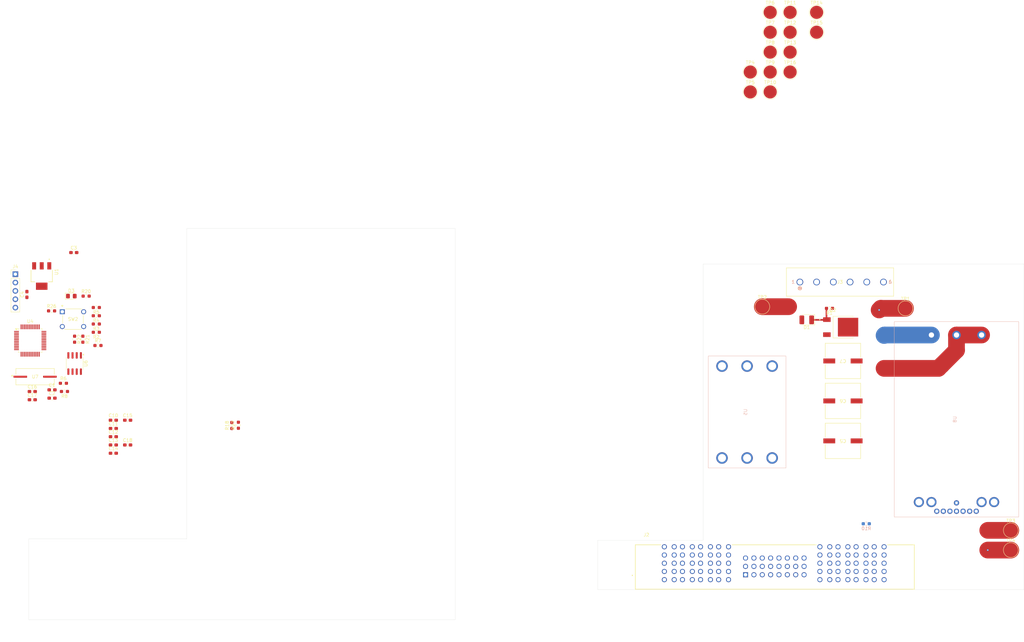
<source format=kicad_pcb>
(kicad_pcb (version 20240108) (generator "pcbnew") (generator_version "8.0")
  (layers (0 "F.Cu" signal) (31 "B.Cu" signal) (34 "B.Paste" user) (35 "F.Paste" user) (36 "B.SilkS" user "B.Silkscreen") (37 "F.SilkS" user "F.Silkscreen") (38 "B.Mask" user) (39 "F.Mask" user) (44 "Edge.Cuts" user))
  (net 0 "")
  (net 1 "NRST_PSB")
  (net 2 "Net-(C1-Pad1)")
  (net 3 "5V")
  (net 4 "3.3V")
  (net 5 "Net-(U4-PF0)")
  (net 6 "Net-(U4-PF1)")
  (net 7 "GND")
  (net 8 "48V_GND")
  (net 9 "Net-(D1-K)")
  (net 10 "Net-(D3-A)")
  (net 11 "5V_GND")
  (net 12 "SWCLK")
  (net 13 "SWDIO")
  (net 14 "3.3V_GND")
  (net 24 "A-")
  (net 27 "A+")
  (net 28 "48V")
  (net 31 "USART1_TX")
  (net 32 "USART1_DE")
  (net 33 "USART1_RX")
  (net 34 "Net-(U5-Trim)")
  (net 35 "Net-(U4-PA15)")
  (net 36 "Net-(U4-PB1)")
  (net 37 "C2_2")
  (net 38 "Net-(U4-PB0)")
  (net 39 "C2_1")
  (net 40 "ADC_IN0")
  (net 52 "CLK")
  (net 54 "ALERT1")
  (net 58 "ADC_IN1")
  (net 60 "ADC_IN2")
  (net 62 "DATA")
  (net 63 "CAN_TX")
  (net 68 "CAN_RX")
  (net 70 "12V_GND")
  (net 71 "12V")
  (net 73 "Net-(U8-SA0{slash}SA1)")
  (net 75 "C2")
  (footprint "Resistor_SMD:R_0603_1608Metric_Pad0.98x0.95mm_HandSolder" (layer "F.Cu") (at -122.832499 79.7794)
    (property "Reference" "R6" (at 0 -1.43 0) (layer "F.SilkS"))
    (property "Value" "20000")
    (pad "1" smd roundrect (at -0.9125 0) (size 0.975 0.95) (layers "F.Cu" "F.Paste" "F.Mask") (net 3 "5V"))
    (pad "2" smd roundrect (at 0.9125 0) (size 0.975 0.95) (layers "F.Cu" "F.Paste" "F.Mask") (net 27 "A+"))
  )
  (footprint "AZ1117_4pin:SOT230P700X185-4N" (layer "F.Cu") (at -129.419999 47.1794 -90)
    (property "Reference" "U1" (at -1.275 -4.485 90) (layer "F.SilkS"))
    (property "Value" "AZ1117IH-3.3TRG1")
    (pad "1" smd rect (at -3.1 -2.3 270) (size 2.2 1.2) (layers "F.Cu" "F.Paste" "F.Mask") (net 11 "5V_GND"))
    (pad "2" smd rect (at -3.1 0 270) (size 2.2 1.2) (layers "F.Cu" "F.Paste" "F.Mask") (net 4 "3.3V"))
    (pad "3" smd rect (at -3.1 2.3 270) (size 2.2 1.2) (layers "F.Cu" "F.Paste" "F.Mask") (net 3 "5V"))
    (pad "4" smd rect (at 3.1 0 270) (size 2.2 3.5) (layers "F.Cu" "F.Paste" "F.Mask") (net 4 "3.3V"))
  )
  (footprint "Capacitor_SMD:C_0603_1608Metric_Pad1.08x0.95mm_HandSolder" (layer "F.Cu") (at -107.6575 101.05)
    (property "Reference" "C14" (at 0 -1.43 0) (layer "F.SilkS"))
    (property "Value" "4.7uF")
    (pad "1" smd roundrect (at -0.8625 0) (size 1.075 0.95) (layers "F.Cu" "F.Paste" "F.Mask") (net 7 "GND"))
    (pad "2" smd roundrect (at 0.8625 0) (size 1.075 0.95) (layers "F.Cu" "F.Paste" "F.Mask") (net 4 "3.3V"))
  )
  (footprint "Capacitor_SMD:C_0603_1608Metric_Pad1.08x0.95mm_HandSolder" (layer "F.Cu") (at -133.919999 52.7794 90)
    (property "Reference" "C4" (at 0 -1.43 90) (layer "F.SilkS"))
    (property "Value" "22uF")
    (pad "1" smd roundrect (at -0.8625 0 90) (size 1.075 0.95) (layers "F.Cu" "F.Paste" "F.Mask") (net 14 "3.3V_GND"))
    (pad "2" smd roundrect (at 0.8625 0 90) (size 1.075 0.95) (layers "F.Cu" "F.Paste" "F.Mask") (net 4 "3.3V"))
  )
  (footprint "TestPoint:TestPoint_Pad_D4.0mm" (layer "F.Cu") (at 106 -33)
    (property "Reference" "TP14" (at 0 -2.898 0) (layer "F.SilkS"))
    (property "Value" "TestPoint")
    (pad "1" smd circle (at 0 0) (size 4 4) (layers "F.Cu" "F.Mask") (net 3 "5V"))
  )
  (footprint "Capacitor_SMD:C_0603_1608Metric_Pad1.08x0.95mm_HandSolder" (layer "F.Cu") (at -107.6575 98.54)
    (property "Reference" "C13" (at 0 -1.43 0) (layer "F.SilkS"))
    (property "Value" "0.1uF")
    (pad "1" smd roundrect (at -0.8625 0) (size 1.075 0.95) (layers "F.Cu" "F.Paste" "F.Mask") (net 7 "GND"))
    (pad "2" smd roundrect (at 0.8625 0) (size 1.075 0.95) (layers "F.Cu" "F.Paste" "F.Mask") (net 4 "3.3V"))
  )
  (footprint "Capacitor_SMD:C_0603_1608Metric_Pad1.08x0.95mm_HandSolder" (layer "F.Cu") (at -119.67 40.04)
    (property "Reference" "C3" (at 0 -1.43 0) (layer "F.SilkS"))
    (property "Value" "10uF")
    (pad "1" smd roundrect (at -0.8625 0) (size 1.075 0.95) (layers "F.Cu" "F.Paste" "F.Mask") (net 7 "GND"))
    (pad "2" smd roundrect (at 0.8625 0) (size 1.075 0.95) (layers "F.Cu" "F.Paste" "F.Mask") (net 3 "5V"))
  )
  (footprint "TestPoint:TestPoint_Pad_D4.0mm" (layer "F.Cu") (at 165 124.5)
    (property "Reference" "TP3" (at 0 -2.898 0) (layer "F.SilkS"))
    (property "Value" "TestPoint")
    (pad "1" smd circle (at 0 0) (size 4 4) (layers "F.Cu" "F.Mask") (net 71 "12V"))
  )
  (footprint "ET60T-D04-3-08-D04-X-R1-S:SAMTEC_ET60T-D04-3-08-D04-X-R1-S" (layer "F.Cu") (at 93.12 134.5)
    (property "Reference" "J2" (at -38.825 -8.635 0) (layer "F.SilkS"))
    (property "Value" "ET60T-D04-3-08-D04-X-R1-S")
    (pad "" np_thru_hole circle (at -38.88 0) (size 3.2 3.2) (drill 3.2) (layers "*.Cu" "*.Mask"))
    (pad "" np_thru_hole circle (at 38.88 0) (size 3.2 3.2) (drill 3.2) (layers "*.Cu" "*.Mask"))
    (pad "01" thru_hole rect (at -8.71 3.5) (size 1.53 1.53) (drill 1.02) (layers "*.Cu" "*.Mask") (net 27 "A+"))
    (pad "02" thru_hole circle (at -6.17 3.5) (size 1.53 1.53) (drill 1.02) (layers "*.Cu" "*.Mask") (net 24 "A-"))
    (pad "03" thru_hole circle (at -3.63 3.5) (size 1.53 1.53) (drill 1.02) (layers "*.Cu" "*.Mask") (net 1 "NRST_PSB"))
    (pad "04" thru_hole circle (at -1.09 3.5) (size 1.53 1.53) (drill 1.02) (layers "*.Cu" "*.Mask"))
    (pad "05" thru_hole circle (at 1.45 3.5) (size 1.53 1.53) (drill 1.02) (layers "*.Cu" "*.Mask"))
    (pad "06" thru_hole circle (at 3.99 3.5) (size 1.53 1.53) (drill 1.02) (layers "*.Cu" "*.Mask"))
    (pad "07" thru_hole circle (at 6.53 3.5) (size 1.53 1.53) (drill 1.02) (layers "*.Cu" "*.Mask"))
    (pad "08" thru_hole circle (at 9.07 3.5) (size 1.53 1.53) (drill 1.02) (layers "*.Cu" "*.Mask"))
    (pad "09" thru_hole circle (at -8.71 0.96) (size 1.53 1.53) (drill 1.02) (layers "*.Cu" "*.Mask"))
    (pad "10" thru_hole circle (at -6.17 0.96) (size 1.53 1.53) (drill 1.02) (layers "*.Cu" "*.Mask"))
    (pad "11" thru_hole circle (at -3.63 0.96) (size 1.53 1.53) (drill 1.02) (layers "*.Cu" "*.Mask"))
    (pad "12" thru_hole circle (at -1.09 0.96) (size 1.53 1.53) (drill 1.02) (layers "*.Cu" "*.Mask"))
    (pad "13" thru_hole circle (at 1.45 0.96) (size 1.53 1.53) (drill 1.02) (layers "*.Cu" "*.Mask"))
    (pad "14" thru_hole circle (at 3.99 0.96) (size 1.53 1.53) (drill 1.02) (layers "*.Cu" "*.Mask"))
    (pad "15" thru_hole circle (at 6.53 0.96) (size 1.53 1.53) (drill 1.02) (layers "*.Cu" "*.Mask"))
    (pad "16" thru_hole circle (at 9.07 0.96) (size 1.53 1.53) (drill 1.02) (layers "*.Cu" "*.Mask"))
    (pad "17" thru_hole circle (at -8.71 -1.58) (size 1.53 1.53) (drill 1.02) (layers "*.Cu" "*.Mask"))
    (pad "18" thru_hole circle (at -6.17 -1.58) (size 1.53 1.53) (drill 1.02) (layers "*.Cu" "*.Mask"))
    (pad "19" thru_hole circle (at -3.63 -1.58) (size 1.53 1.53) (drill 1.02) (layers "*.Cu" "*.Mask") (net 3 "5V"))
    (pad "20" thru_hole circle (at -1.09 -1.58) (size 1.53 1.53) (drill 1.02) (layers "*.Cu" "*.Mask") (net 11 "5V_GND"))
    (pad "21" thru_hole circle (at 1.45 -1.58) (size 1.53 1.53) (drill 1.02) (layers "*.Cu" "*.Mask") (net 28 "48V"))
    (pad "22" thru_hole circle (at 3.99 -1.58) (size 1.53 1.53) (drill 1.02) (layers "*.Cu" "*.Mask") (net 28 "48V"))
    (pad "23" thru_hole circle (at 6.53 -1.58) (size 1.53 1.53) (drill 1.02) (layers "*.Cu" "*.Mask") (net 8 "48V_GND"))
    (pad "24" thru_hole circle (at 9.07 -1.58) (size 1.53 1.53) (drill 1.02) (layers "*.Cu" "*.Mask") (net 8 "48V_GND"))
    (pad "P01_1" thru_hole circle (at -33.38 -5) (size 1.53 1.53) (drill 1.02) (layers "*.Cu" "*.Mask"))
    (pad "P01_2" thru_hole circle (at -33.38 -2.5) (size 1.53 1.53) (drill 1.02) (layers "*.Cu" "*.Mask"))
    (pad "P01_3" thru_hole circle (at -33.38 0) (size 1.53 1.53) (drill 1.02) (layers "*.Cu" "*.Mask"))
    (pad "P01_4" thru_hole circle (at -33.38 2.5) (size 1.53 1.53) (drill 1.02) (layers "*.Cu" "*.Mask"))
    (pad "P01_5" thru_hole circle (at -33.38 5) (size 1.53 1.53) (drill 1.02) (layers "*.Cu" "*.Mask"))
    (pad "P01_6" thru_hole circle (at -30.38 5) (size 1.53 1.53) (drill 1.02) (layers "*.Cu" "*.Mask"))
    (pad "P01_7" thru_hole circle (at -30.38 2.5) (size 1.53 1.53) (drill 1.02) (layers "*.Cu" "*.Mask"))
    (pad "P01_8" thru_hole circle (at -30.38 0) (size 1.53 1.53) (drill 1.02) (layers "*.Cu" "*.Mask"))
    (pad "P01_9" thru_hole circle (at -30.38 -2.5) (size 1.53 1.53) (drill 1.02) (layers "*.Cu" "*.Mask"))
    (pad "P01_10" thru_hole circle (at -30.38 -5) (size 1.53 1.53) (drill 1.02) (layers "*.Cu" "*.Mask"))
    (pad "P02_1" thru_hole circle (at -27.88 -5) (size 1.53 1.53) (drill 1.02) (layers "*.Cu" "*.Mask"))
    (pad "P02_2" thru_hole circle (at -27.88 -2.5) (size 1.53 1.53) (drill 1.02) (layers "*.Cu" "*.Mask"))
    (pad "P02_3" thru_hole circle (at -27.88 0) (size 1.53 1.53) (drill 1.02) (layers "*.Cu" "*.Mask"))
    (pad "P02_4" thru_hole circle (at -27.88 2.5) (size 1.53 1.53) (drill 1.02) (layers "*.Cu" "*.Mask"))
    (pad "P02_5" thru_hole circle (at -27.88 5) (size 1.53 1.53) (drill 1.02) (layers "*.Cu" "*.Mask"))
    (pad "P02_6" thru_hole circle (at -24.88 5) (size 1.53 1.53) (drill 1.02) (layers "*.Cu" "*.Mask"))
    (pad "P02_7" thru_hole circle (at -24.88 2.5) (size 1.53 1.53) (drill 1.02) (layers "*.Cu" "*.Mask"))
    (pad "P02_8" thru_hole circle (at -24.88 0) (size 1.53 1.53) (drill 1.02) (layers "*.Cu" "*.Mask"))
    (pad "P02_9" thru_hole circle (at -24.88 -2.5) (size 1.53 1.53) (drill 1.02) (layers "*.Cu" "*.Mask"))
    (pad "P02_10" thru_hole circle (at -24.88 -5) (size 1.53 1.53) (drill 1.02) (layers "*.Cu" "*.Mask"))
    (pad "P03_1" thru_hole circle (at -22.38 -5) (size 1.53 1.53) (drill 1.02) (layers "*.Cu" "*.Mask"))
    (pad "P03_2" thru_hole circle (at -22.38 -2.5) (size 1.53 1.53) (drill 1.02) (layers "*.Cu" "*.Mask"))
    (pad "P03_3" thru_hole circle (at -22.38 0) (size 1.53 1.53) (drill 1.02) (layers "*.Cu" "*.Mask"))
    (pad "P03_4" thru_hole circle (at -22.38 2.5) (size 1.53 1.53) (drill 1.02) (layers "*.Cu" "*.Mask"))
    (pad "P03_5" thru_hole circle (at -22.38 5) (size 1.53 1.53) (drill 1.02) (layers "*.Cu" "*.Mask"))
    (pad "P03_6" thru_hole circle (at -19.38 5) (size 1.53 1.53) (drill 1.02) (layers "*.Cu" "*.Mask"))
    (pad "P03_7" thru_hole circle (at -19.38 2.5) (size 1.53 1.53) (drill 1.02) (layers "*.Cu" "*.Mask"))
    (pad "P03_8" thru_hole circle (at -19.38 0) (size 1.53 1.53) (drill 1.02) (layers "*.Cu" "*.Mask"))
    (pad "P03_9" thru_hole circle (at -19.38 -2.5) (size 1.53 1.53) (drill 1.02) (layers "*.Cu" "*.Mask"))
    (pad "P03_10" thru_hole circle (at -19.38 -5) (size 1.53 1.53) (drill 1.02) (layers "*.Cu" "*.Mask"))
    (pad "P04_1" thru_hole circle (at -16.88 -5) (size 1.53 1.53) (drill 1.02) (layers "*.Cu" "*.Mask"))
    (pad "P04_2" thru_hole circle (at -16.88 -2.5) (size 1.53 1.53) (drill 1.02) (layers "*.Cu" "*.Mask"))
    (pad "P04_3" thru_hole circle (at -16.88 0) (size 1.53 1.53) (drill 1.02) (layers "*.Cu" "*.Mask"))
    (pad "P04_4" thru_hole circle (at -16.88 2.5) (size 1.53 1.53) (drill 1.02) (layers "*.Cu" "*.Mask"))
    (pad "P04_5" thru_hole circle (at -16.88 5) (size 1.53 1.53) (drill 1.02) (layers "*.Cu" "*.Mask"))
    (pad "P04_6" thru_hole circle (at -13.88 5) (size 1.53 1.53) (drill 1.02) (layers "*.Cu" "*.Mask"))
    (pad "P04_7" thru_hole circle (at -13.88 2.5) (size 1.53 1.53) (drill 1.02) (layers "*.Cu" "*.Mask"))
    (pad "P04_8" thru_hole circle (at -13.88 0) (size 1.53 1.53) (drill 1.02) (layers "*.Cu" "*.Mask"))
    (pad "P04_9" thru_hole circle (at -13.88 -2.5) (size 1.53 1.53) (drill 1.02) (layers "*.Cu" "*.Mask"))
    (pad "P04_10" thru_hole circle (at -13.88 -5) (size 1.53 1.53) (drill 1.02) (layers "*.Cu" "*.Mask"))
    (pad "P05_1" thru_hole circle (at 13.88 -5) (size 1.53 1.53) (drill 1.02) (layers "*.Cu" "*.Mask") (net 71 "12V"))
    (pad "P05_2" thru_hole circle (at 13.88 -2.5) (size 1.53 1.53) (drill 1.02) (layers "*.Cu" "*.Mask"))
    (pad "P05_3" thru_hole circle (at 13.88 0) (size 1.53 1.53) (drill 1.02) (layers "*.Cu" "*.Mask"))
    (pad "P05_4" thru_hole circle (at 13.88 2.5) (size 1.53 1.53) (drill 1.02) (layers "*.Cu" "*.Mask"))
    (pad "P05_5" thru_hole circle (at 13.88 5) (size 1.53 1.53) (drill 1.02) (layers "*.Cu" "*.Mask"))
    (pad "P05_6" thru_hole circle (at 16.88 5) (size 1.53 1.53) (drill 1.02) (layers "*.Cu" "*.Mask"))
    (pad "P05_7" thru_hole circle (at 16.88 2.5) (size 1.53 1.53) (drill 1.02) (layers "*.Cu" "*.Mask"))
    (pad "P05_8" thru_hole circle (at 16.88 0) (size 1.53 1.53) (drill 1.02) (layers "*.Cu" "*.Mask"))
    (pad "P05_9" thru_hole circle (at 16.88 -2.5) (size 1.53 1.53) (drill 1.02) (layers "*.Cu" "*.Mask"))
    (pad "P05_10" thru_hole circle (at 16.88 -5) (size 1.53 1.53) (drill 1.02) (layers "*.Cu" "*.Mask"))
    (pad "P06_1" thru_hole circle (at 19.38 -5) (size 1.53 1.53) (drill 1.02) (layers "*.Cu" "*.Mask"))
    (pad "P06_2" thru_hole circle (at 19.38 -2.5) (size 1.53 1.53) (drill 1.02) (layers "*.Cu" "*.Mask"))
    (pad "P06_3" thru_hole circle (at 19.38 0) (size 1.53 1.53) (drill 1.02) (layers "*.Cu" "*.Mask"))
    (pad "P06_4" thru_hole circle (at 19.38 2.5) (size 1.53 1.53) (drill 1.02) (layers "*.Cu" "*.Mask"))
    (pad "P06_5" thru_hole circle (at 19.38 5) (size 1.53 1.53) (drill 1.02) (layers "*.Cu" "*.Mask"))
    (pad "P06_6" thru_hole circle (at 22.38 5) (size 1.53 1.53) (drill 1.02) (layers "*.Cu" "*.Mask"))
    (pad "P06_7" thru_hole circle (at 22.38 2.5) (size 1.53 1.53) (drill 1.02) (layers "*.Cu" "*.Mask"))
    (pad "P06_8" thru_hole circle (at 22.38 0) (size 1.53 1.53) (drill 1.02) (layers "*.Cu" "*.Mask"))
    (pad "P06_9" thru_hole circle (at 22.38 -2.5) (size 1.53 1.53) (drill 1.02) (layers "*.Cu" "*.Mask"))
    (pad "P06_10" thru_hole circle (at 22.38 -5) (size 1.53 1.53) (drill 1.02) (layers "*.Cu" "*.Mask"))
    (pad "P07_1" thru_hole circle (at 24.88 -5) (size 1.53 1.53) (drill 1.02) (layers "*.Cu" "*.Mask"))
    (pad "P07_2" thru_hole circle (at 24.88 -2.5) (size 1.53 1.53) (drill 1.02) (layers "*.Cu" "*.Mask"))
    (pad "P07_3" thru_hole circle (at 24.88 0) (size 1.53 1.53) (drill 1.02) (layers "*.Cu" "*.Mask"))
    (pad "P07_4" thru_hole circle (at 24.88 2.5) (size 1.53 1.53) (drill 1.02) (layers "*.Cu" "*.Mask"))
    (pad "P07_5" thru_hole circle (at 24.88 5) (size 1.53 1.53) (drill 1.02) (layers "*.Cu" "*.Mask"))
    (pad "P07_6" thru_hole circle (at 27.88 5) (size 1.53 1.53) (drill 1.02) (layers "*.Cu" "*.Mask"))
    (pad "P07_7" thru_hole circle (at 27.88 2.5) (size 1.53 1.53) (drill 1.02) (layers "*.Cu" "*.Mask"))
    (pad "P07_8" thru_hole circle (at 27.88 0) (size 1.53 1.53) (drill 1.02) (layers "*.Cu" "*.Mask"))
    (pad "P07_9" thru_hole circle (at 27.88 -2.5) (size 1.53 1.53) (drill 1.02) (layers "*.Cu" "*.Mask"))
    (pad "P07_10" thru_hole circle (at 27.88 -5) (size 1.53 1.53) (drill 1.02) (layers "*.Cu" "*.Mask"))
    (pad "P08_1" thru_hole circle (at 30.38 -5) (size 1.53 1.53) (drill 1.02) (layers "*.Cu" "*.Mask") (net 70 "12V_GND"))
    (pad "P08_2" thru_hole circle (at 30.38 -2.5) (size 1.53 1.53) (drill 1.02) (layers "*.Cu" "*.Mask"))
    (pad "P08_3" thru_hole circle (at 30.38 0) (size 1.53 1.53) (drill 1.02) (layers "*.Cu" "*.Mask"))
    (pad "P08_4" thru_hole circle (at 30.38 2.5) (size 1.53 1.53) (drill 1.02) (layers "*.Cu" "*.Mask"))
    (pad "P08_5" thru_hole circle (at 30.38 5) (size 1.53 1.53) (drill 1.02) (layers "*.Cu" "*.Mask"))
    (pad "P08_6" thru_hole circle (at 33.38 5) (size 1.53 1.53) (drill 1.02) (layers "*.Cu" "*.Mask"))
    (pad "P08_7" thru_hole circle (at 33.38 2.5) (size 1.53 1.53) (drill 1.02) (layers "*.Cu" "*.Mask"))
    (pad "P08_8" thru_hole circle (at 33.38 0) (size 1.53 1.53) (drill 1.02) (layers "*.Cu" "*.Mask"))
    (pad "P08_9" thru_hole circle (at 33.38 -2.5) (size 1.53 1.53) (drill 1.02) (layers "*.Cu" "*.Mask"))
    (pad "P08_10" thru_hole circle (at 33.38 -5) (size 1.53 1.53) (drill 1.02) (layers "*.Cu" "*.Mask"))
  )
  (footprint "Capacitor_SMD:C_0603_1608Metric_Pad1.08x0.95mm_HandSolder" (layer "F.Cu") (at -107.6575 91.01)
    (property "Reference" "C10" (at 0 -1.43 0) (layer "F.SilkS"))
    (property "Value" "0.1uF")
    (pad "1" smd roundrect (at -0.8625 0) (size 1.075 0.95) (layers "F.Cu" "F.Paste" "F.Mask") (net 7 "GND"))
    (pad "2" smd roundrect (at 0.8625 0) (size 1.075 0.95) (layers "F.Cu" "F.Paste" "F.Mask") (net 4 "3.3V"))
  )
  (footprint "TestPoint:TestPoint_Pad_D4.0mm" (layer "F.Cu") (at 91.9 -8.8)
    (property "Reference" "TP10" (at 0 -2.898 0) (layer "F.SilkS"))
    (property "Value" "TestPoint")
    (pad "1" smd circle (at 0 0) (size 4 4) (layers "F.Cu" "F.Mask") (net 8 "48V_GND"))
  )
  (footprint "TestPoint:TestPoint_Pad_D4.0mm" (layer "F.Cu") (at 85.85 -14.85)
    (property "Reference" "TP4" (at 0 -2.898 0) (layer "F.SilkS"))
    (property "Value" "TestPoint")
    (pad "1" smd circle (at 0 0) (size 4 4) (layers "F.Cu" "F.Mask") (net 71 "12V"))
  )
  (footprint "Capacitor_SMD:C_0603_1608Metric_Pad1.08x0.95mm_HandSolder" (layer "F.Cu") (at -126.282499 84.2994)
    (property "Reference" "C2" (at 0 -1.43 0) (layer "F.SilkS"))
    (property "Value" ".1uF")
    (pad "1" smd roundrect (at -0.8625 0) (size 1.075 0.95) (layers "F.Cu" "F.Paste" "F.Mask") (net 2 "Net-(C1-Pad1)"))
    (pad "2" smd roundrect (at 0.8625 0) (size 1.075 0.95) (layers "F.Cu" "F.Paste" "F.Mask") (net 7 "GND"))
  )
  (footprint "TestPoint:TestPoint_Pad_D4.0mm" (layer "F.Cu") (at 97.95 -33)
    (property "Reference" "TP11" (at 0 -2.898 0) (layer "F.SilkS"))
    (property "Value" "TestPoint")
    (pad "1" smd circle (at 0 0) (size 4 4) (layers "F.Cu" "F.Mask") (net 8 "48V_GND"))
  )
  (footprint "Resistor_SMD:R_0603_1608Metric_Pad0.98x0.95mm_HandSolder" (layer "F.Cu") (at -126.419999 57.7794)
    (property "Reference" "R26" (at 0 -1.43 0) (layer "F.SilkS"))
    (property "Value" "10k")
    (pad "1" smd roundrect (at -0.9125 0) (size 0.975 0.95) (layers "F.Cu" "F.Paste" "F.Mask") (net 4 "3.3V"))
    (pad "2" smd roundrect (at 0.9125 0) (size 0.975 0.95) (layers "F.Cu" "F.Paste" "F.Mask") (net 1 "NRST_PSB"))
  )
  (footprint "Resistor_SMD:R_0603_1608Metric_Pad0.98x0.95mm_HandSolder" (layer "F.Cu") (at -71.67 92.6175 90)
    (property "Reference" "R18" (at 0 -1.43 90) (layer "F.SilkS"))
    (property "Value" "10k")
    (pad "1" smd roundrect (at -0.9125 0 90) (size 0.975 0.95) (layers "F.Cu" "F.Paste" "F.Mask") (net 11 "5V_GND"))
    (pad "2" smd roundrect (at 0.9125 0 90) (size 0.975 0.95) (layers "F.Cu" "F.Paste" "F.Mask") (net 34 "Net-(U5-Trim)"))
  )
  (footprint "Resistor_SMD:R_0603_1608Metric_Pad0.98x0.95mm_HandSolder" (layer "F.Cu") (at -122.507499 82.2794 180)
    (property "Reference" "R8" (at 0 -1.43 0) (layer "F.SilkS"))
    (property "Value" "120")
    (pad "1" smd roundrect (at -0.9125 0 180) (size 0.975 0.95) (layers "F.Cu" "F.Paste" "F.Mask") (net 24 "A-"))
    (pad "2" smd roundrect (at 0.9125 0 180) (size 0.975 0.95) (layers "F.Cu" "F.Paste" "F.Mask") (net 27 "A+"))
  )
  (footprint "TestPoint:TestPoint_Pad_D4.0mm" (layer "F.Cu") (at 106 -26.95)
    (property "Reference" "TP15" (at 0 -2.898 0) (layer "F.SilkS"))
    (property "Value" "TestPoint")
    (pad "1" smd circle (at 0 0) (size 4 4) (layers "F.Cu" "F.Mask") (net 11 "5V_GND"))
  )
  (footprint "Resistor_SMD:R_0603_1608Metric_Pad0.98x0.95mm_HandSolder" (layer "F.Cu") (at -112.832499 56.7494 180)
    (property "Reference" "R5" (at 0 -1.43 0) (layer "F.SilkS"))
    (property "Value" "10000")
    (pad "1" smd roundrect (at -0.9125 0 180) (size 0.975 0.95) (layers "F.Cu" "F.Paste" "F.Mask") (net 3 "5V"))
    (pad "2" smd roundrect (at 0.9125 0 180) (size 0.975 0.95) (layers "F.Cu" "F.Paste" "F.Mask") (net 33 "USART1_RX"))
  )
  (footprint "Resistor_SMD:R_0603_1608Metric_Pad0.98x0.95mm_HandSolder" (layer "F.Cu") (at -112.832499 64.2794 180)
    (property "Reference" "R2" (at 0 -1.43 0) (layer "F.SilkS"))
    (property "Value" "10000")
    (pad "1" smd roundrect (at -0.9125 0 180) (size 0.975 0.95) (layers "F.Cu" "F.Paste" "F.Mask") (net 3 "5V"))
    (pad "2" smd roundrect (at 0.9125 0 180) (size 0.975 0.95) (layers "F.Cu" "F.Paste" "F.Mask") (net 31 "USART1_TX"))
  )
  (footprint "Resistor_SMD:R_0603_1608Metric_Pad0.98x0.95mm_HandSolder" (layer "F.Cu") (at -69.67 92.54 90)
    (property "Reference" "R27" (at 0 -1.43 90) (layer "F.SilkS"))
    (property "Value" "10k")
    (pad "1" smd roundrect (at -0.9125 0 90) (size 0.975 0.95) (layers "F.Cu" "F.Paste" "F.Mask") (net 3 "5V"))
    (pad "2" smd roundrect (at 0.9125 0 90) (size 0.975 0.95) (layers "F.Cu" "F.Paste" "F.Mask") (net 34 "Net-(U5-Trim)"))
  )
  (footprint "Resistor_SMD:R_0603_1608Metric_Pad0.98x0.95mm_HandSolder" (layer "F.Cu") (at -116.919999 66.3769 -90)
    (property "Reference" "R21" (at 0 -1.43 90) (layer "F.SilkS"))
    (property "Value" "4.7k")
    (pad "1" smd roundrect (at -0.9125 0 270) (size 0.975 0.95) (layers "F.Cu" "F.Paste" "F.Mask") (net 36 "Net-(U4-PB1)"))
    (pad "2" smd roundrect (at 0.9125 0 270) (size 0.975 0.95) (layers "F.Cu" "F.Paste" "F.Mask") (net 37 "C2_2"))
  )
  (footprint "Connector_PinHeader_2.54mm:PinHeader_1x05_P2.54mm_Vertical" (layer "F.Cu") (at -137.419999 46.6194)
    (property "Reference" "J4" (at 0 -2.33 0) (layer "F.SilkS"))
    (property "Value" "Conn_01x05")
    (pad "1" thru_hole rect (at 0 0) (size 1.7 1.7) (drill 1) (layers "*.Cu" "*.Mask") (net 4 "3.3V"))
    (pad "2" thru_hole oval (at 0 2.54) (size 1.7 1.7) (drill 1) (layers "*.Cu" "*.Mask") (net 12 "SWCLK"))
    (pad "3" thru_hole oval (at 0 5.08) (size 1.7 1.7) (drill 1) (layers "*.Cu" "*.Mask") (net 7 "GND"))
    (pad "4" thru_hole oval (at 0 7.62) (size 1.7 1.7) (drill 1) (layers "*.Cu" "*.Mask") (net 13 "SWDIO"))
    (pad "5" thru_hole oval (at 0 10.16) (size 1.7 1.7) (drill 1) (layers "*.Cu" "*.Mask") (net 1 "NRST_PSB"))
  )
  (footprint "Resistor_SMD:R_0603_1608Metric_Pad0.98x0.95mm_HandSolder" (layer "F.Cu") (at 109.9125 57 180)
    (property "Reference" "R1" (at 0 -1.43 0) (layer "F.SilkS"))
    (property "Value" "100k")
    (pad "1" smd roundrect (at -0.9125 0 180) (size 0.975 0.95) (layers "F.Cu" "F.Paste" "F.Mask") (net 28 "48V"))
    (pad "2" smd roundrect (at 0.9125 0 180) (size 0.975 0.95) (layers "F.Cu" "F.Paste" "F.Mask") (net 9 "Net-(D1-K)"))
  )
  (footprint "TestPoint:TestPoint_Pad_D4.0mm" (layer "F.Cu") (at 133 57)
    (property "Reference" "TP1" (at 0 -2.898 0) (layer "F.SilkS"))
    (property "Value" "TestPoint")
    (pad "1" smd circle (at 0 0) (size 4 4) (layers "F.Cu" "F.Mask") (net 28 "48V"))
  )
  (footprint "TestPoint:TestPoint_Pad_D4.0mm" (layer "F.Cu") (at 97.95 -26.95)
    (property "Reference" "TP12" (at 0 -2.898 0) (layer "F.SilkS"))
    (property "Value" "TestPoint")
    (pad "1" smd circle (at 0 0) (size 4 4) (layers "F.Cu" "F.Mask") (net 8 "48V_GND"))
  )
  (footprint "Brick Decoupling Capacitors:CAP_50TPV_10x10.5_RBY" (layer "F.Cu") (at 114 97.3012 180)
    (property "Reference" "C5" (at 0 0 180) (layer "F.SilkS"))
    (property "Value" "C")
    (pad "1" smd rect (at -4.1529 0 180) (size 3.6068 1.4986) (layers "F.Cu" "F.Paste" "F.Mask") (net 28 "48V"))
    (pad "2" smd rect (at 4.1529 0 180) (size 3.6068 1.4986) (layers "F.Cu" "F.Paste" "F.Mask") (net 8 "48V_GND"))
  )
  (footprint "Capacitor_SMD:C_0603_1608Metric_Pad1.08x0.95mm_HandSolder" (layer "F.Cu") (at -126.282499 81.7894)
    (property "Reference" "C1" (at 0 -1.43 0) (layer "F.SilkS"))
    (property "Value" "10uF")
    (pad "1" smd roundrect (at -0.8625 0) (size 1.075 0.95) (layers "F.Cu" "F.Paste" "F.Mask") (net 2 "Net-(C1-Pad1)"))
    (pad "2" smd roundrect (at 0.8625 0) (size 1.075 0.95) (layers "F.Cu" "F.Paste" "F.Mask") (net 7 "GND"))
  )
  (footprint "TestPoint:TestPoint_Pad_D4.0mm" (layer "F.Cu") (at 85.85 -8.8)
    (property "Reference" "TP5" (at 0 -2.898 0) (layer "F.SilkS"))
    (property "Value" "TestPoint")
    (pad "1" smd circle (at 0 0) (size 4 4) (layers "F.Cu" "F.Mask") (net 70 "12V_GND"))
  )
  (footprint "Capacitor_SMD:C_0603_1608Metric_Pad1.08x0.95mm_HandSolder" (layer "F.Cu") (at -107.6575 96.03)
    (property "Reference" "C12" (at 0 -1.43 0) (layer "F.SilkS"))
    (property "Value" "0.1uF")
    (pad "1" smd roundrect (at -0.8625 0) (size 1.075 0.95) (layers "F.Cu" "F.Paste" "F.Mask") (net 7 "GND"))
    (pad "2" smd roundrect (at 0.8625 0) (size 1.075 0.95) (layers "F.Cu" "F.Paste" "F.Mask") (net 4 "3.3V"))
  )
  (footprint "Capacitor_SMD:C_0603_1608Metric_Pad1.08x0.95mm_HandSolder" (layer "F.Cu") (at -132.282499 84.7994)
    (property "Reference" "C17" (at 0 -1.43 0) (layer "F.SilkS"))
    (property "Value" "18pF")
    (pad "1" smd roundrect (at -0.8625 0) (size 1.075 0.95) (layers "F.Cu" "F.Paste" "F.Mask") (net 6 "Net-(U4-PF1)"))
    (pad "2" smd roundrect (at 0.8625 0) (size 1.075 0.95) (layers "F.Cu" "F.Paste" "F.Mask") (net 7 "GND"))
  )
  (footprint "Brick Decoupling Capacitors:CAP_50TPV_10x10.5_RBY" (layer "F.Cu") (at 114 85.1506 180)
    (property "Reference" "C6" (at 0 0 180) (layer "F.SilkS"))
    (property "Value" "C")
    (pad "1" smd rect (at -4.1529 0 180) (size 3.6068 1.4986) (layers "F.Cu" "F.Paste" "F.Mask") (net 28 "48V"))
    (pad "2" smd rect (at 4.1529 0 180) (size 3.6068 1.4986) (layers "F.Cu" "F.Paste" "F.Mask") (net 8 "48V_GND"))
  )
  (footprint "Resistor_SMD:R_0603_1608Metric_Pad0.98x0.95mm_HandSolder" (layer "F.Cu") (at -112.332499 68.2994)
    (property "Reference" "R7" (at 0 -1.43 0) (layer "F.SilkS"))
    (property "Value" "20000")
    (pad "1" smd roundrect (at -0.9125 0) (size 0.975 0.95) (layers "F.Cu" "F.Paste" "F.Mask") (net 24 "A-"))
    (pad "2" smd roundrect (at 0.9125 0) (size 0.975 0.95) (layers "F.Cu" "F.Paste" "F.Mask") (net 7 "GND"))
  )
  (footprint "footprints:CON6_P5MM_VER_TERM-BLK_TYC" (layer "F.Cu") (at 100.92 49)
    (property "Reference" "J3" (at 12.192 0 0) (layer "F.SilkS"))
    (property "Value" "796636-6")
    (fp_text user "1" (at -2.032 0 0) (layer "B.SilkS"))
    (fp_text user "6" (at 27.432 0 0) (layer "B.SilkS"))
    (fp_text user "6" (at 27.432 0 0) (layer "B.SilkS"))
    (fp_text user "1" (at -2.032 0 0) (layer "B.SilkS"))
    (fp_text user "1" (at -2.032 0 0) (layer "F.SilkS"))
    (fp_text user "6" (at 27.432 0 0) (layer "F.SilkS"))
    (fp_text user "6" (at 27.432 0 0) (layer "F.SilkS"))
    (fp_text user "1" (at -2.032 0 0) (layer "F.SilkS"))
    (pad "1" thru_hole circle (at 0 0) (size 2.032 2.032) (drill 1.524) (layers "*.Cu" "*.Mask") (net 28 "48V"))
    (pad "2" thru_hole circle (at 5.08 0) (size 2.032 2.032) (drill 1.524) (layers "*.Cu" "*.Mask") (net 28 "48V"))
    (pad "3" thru_hole circle (at 10.16 0) (size 2.032 2.032) (drill 1.524) (layers "*.Cu" "*.Mask") (net 28 "48V"))
    (pad "4" thru_hole circle (at 15.24 0) (size 2.032 2.032) (drill 1.524) (layers "*.Cu" "*.Mask") (net 8 "48V_GND"))
    (pad "5" thru_hole circle (at 20.32 0) (size 2.032 2.032) (drill 1.524) (layers "*.Cu" "*.Mask") (net 8 "48V_GND"))
    (pad "6" thru_hole circle (at 25.4 0) (size 2.032 2.032) (drill 1.524) (layers "*.Cu" "*.Mask") (net 8 "48V_GND"))
  )
  (footprint "footprints:ABLS-8.000MHZ-B2-T_ABR" (layer "F.Cu") (at -131.424199 77.7894)
    (property "Reference" "U7" (at 0 0 0) (layer "F.SilkS"))
    (property "Value" "ABLS-8.000MHZ-B2-T")
    (fp_text user "*" (at -6.9342 0 0) (layer "F.SilkS"))
    (fp_text user "*" (at -6.9342 0 0) (layer "F.SilkS"))
    (pad "1" smd rect (at -4.4958 0) (size 4.1148 0.6096) (layers "F.Cu" "F.Paste" "F.Mask") (net 5 "Net-(U4-PF0)"))
    (pad "2" smd rect (at 4.4958 0) (size 4.1148 0.6096) (layers "F.Cu" "F.Paste" "F.Mask") (net 6 "Net-(U4-PF1)"))
  )
  (footprint "TestPoint:TestPoint_Pad_D4.0mm" (layer "F.Cu") (at 89.5 56.5)
    (property "Reference" "TP2" (at 0 -2.898 0) (layer "F.SilkS"))
    (property "Value" "TestPoint")
    (pad "1" smd circle (at 0 0) (size 4 4) (layers "F.Cu" "F.Mask") (net 8 "48V_GND"))
  )
  (footprint "Package_QFP:LQFP-48_7x7mm_P0.5mm" (layer "F.Cu") (at -132.919999 66.7894)
    (property "Reference" "U4" (at 0 -5.85 0) (layer "F.SilkS"))
    (property "Value" "STM32F091CCTx")
    (pad "1" smd roundrect (at -4.1625 -2.75) (size 1.475 0.3) (layers "F.Cu" "F.Paste" "F.Mask"))
    (pad "2" smd roundrect (at -4.1625 -2.25) (size 1.475 0.3) (layers "F.Cu" "F.Paste" "F.Mask"))
    (pad "3" smd roundrect (at -4.1625 -1.75) (size 1.475 0.3) (layers "F.Cu" "F.Paste" "F.Mask"))
    (pad "4" smd roundrect (at -4.1625 -1.25) (size 1.475 0.3) (layers "F.Cu" "F.Paste" "F.Mask"))
    (pad "5" smd roundrect (at -4.1625 -0.75) (size 1.475 0.3) (layers "F.Cu" "F.Paste" "F.Mask") (net 5 "Net-(U4-PF0)"))
    (pad "6" smd roundrect (at -4.1625 -0.25) (size 1.475 0.3) (layers "F.Cu" "F.Paste" "F.Mask") (net 6 "Net-(U4-PF1)"))
    (pad "7" smd roundrect (at -4.1625 0.25) (size 1.475 0.3) (layers "F.Cu" "F.Paste" "F.Mask") (net 1 "NRST_PSB"))
    (pad "8" smd roundrect (at -4.1625 0.75) (size 1.475 0.3) (layers "F.Cu" "F.Paste" "F.Mask") (net 7 "GND"))
    (pad "9" smd roundrect (at -4.1625 1.25) (size 1.475 0.3) (layers "F.Cu" "F.Paste" "F.Mask") (net 4 "3.3V"))
    (pad "10" smd roundrect (at -4.1625 1.75) (size 1.475 0.3) (layers "F.Cu" "F.Paste" "F.Mask"))
    (pad "11" smd roundrect (at -4.1625 2.25) (size 1.475 0.3) (layers "F.Cu" "F.Paste" "F.Mask"))
    (pad "12" smd roundrect (at -4.1625 2.75) (size 1.475 0.3) (layers "F.Cu" "F.Paste" "F.Mask"))
    (pad "13" smd roundrect (at -2.75 4.1625) (size 0.3 1.475) (layers "F.Cu" "F.Paste" "F.Mask"))
    (pad "14" smd roundrect (at -2.25 4.1625) (size 0.3 1.475) (layers "F.Cu" "F.Paste" "F.Mask") (net 58 "ADC_IN1"))
    (pad "15" smd roundrect (at -1.75 4.1625) (size 0.3 1.475) (layers "F.Cu" "F.Paste" "F.Mask") (net 40 "ADC_IN0"))
    (pad "16" smd roundrect (at -1.25 4.1625) (size 0.3 1.475) (layers "F.Cu" "F.Paste" "F.Mask") (net 60 "ADC_IN2"))
    (pad "17" smd roundrect (at -0.75 4.1625) (size 0.3 1.475) (layers "F.Cu" "F.Paste" "F.Mask"))
    (pad "18" smd roundrect (at -0.25 4.1625) (size 0.3 1.475) (layers "F.Cu" "F.Paste" "F.Mask") (net 38 "Net-(U4-PB0)"))
    (pad "19" smd roundrect (at 0.25 4.1625) (size 0.3 1.475) (layers "F.Cu" "F.Paste" "F.Mask") (net 36 "Net-(U4-PB1)"))
    (pad "20" smd roundrect (at 0.75 4.1625) (size 0.3 1.475) (layers "F.Cu" "F.Paste" "F.Mask"))
    (pad "21" smd roundrect (at 1.25 4.1625) (size 0.3 1.475) (layers "F.Cu" "F.Paste" "F.Mask"))
    (pad "22" smd roundrect (at 1.75 4.1625) (size 0.3 1.475) (layers "F.Cu" "F.Paste" "F.Mask"))
    (pad "23" smd roundrect (at 2.25 4.1625) (size 0.3 1.475) (layers "F.Cu" "F.Paste" "F.Mask") (net 7 "GND"))
    (pad "24" smd roundrect (at 2.75 4.1625) (size 0.3 1.475) (layers "F.Cu" "F.Paste" "F.Mask") (net 4 "3.3V"))
    (pad "25" smd roundrect (at 4.1625 2.75) (size 1.475 0.3) (layers "F.Cu" "F.Paste" "F.Mask"))
    (pad "26" smd roundrect (at 4.1625 2.25) (size 1.475 0.3) (layers "F.Cu" "F.Paste" "F.Mask"))
    (pad "27" smd roundrect (at 4.1625 1.75) (size 1.475 0.3) (layers "F.Cu" "F.Paste" "F.Mask"))
    (pad "28" smd roundrect (at 4.1625 1.25) (size 1.475 0.3) (layers "F.Cu" "F.Paste" "F.Mask"))
    (pad "29" smd roundrect (at 4.1625 0.75) (size 1.475 0.3) (layers "F.Cu" "F.Paste" "F.Mask"))
    (pad "30" smd roundrect (at 4.1625 0.25) (size 1.475 0.3) (layers "F.Cu" "F.Paste" "F.Mask") (net 52 "CLK"))
    (pad "31" smd roundrect (at 4.1625 -0.25) (size 1.475 0.3) (layers "F.Cu" "F.Paste" "F.Mask") (net 62 "DATA"))
    (pad "32" smd roundrect (at 4.1625 -0.75) (size 1.475 0.3) (layers "F.Cu" "F.Paste" "F.Mask") (net 68 "CAN_RX"))
    (pad "33" smd roundrect (at 4.1625 -1.25) (size 1.475 0.3) (layers "F.Cu" "F.Paste" "F.Mask") (net 63 "CAN_TX"))
    (pad "34" smd roundrect (at 4.1625 -1.75) (size 1.475 0.3) (layers "F.Cu" "F.Paste" "F.Mask") (net 13 "SWDIO"))
    (pad "35" smd roundrect (at 4.1625 -2.25) (size 1.475 0.3) (layers "F.Cu" "F.Paste" "F.Mask") (net 7 "GND"))
    (pad "36" smd roundrect (at 4.1625 -2.75) (size 1.475 0.3) (layers "F.Cu" "F.Paste" "F.Mask") (net 4 "3.3V"))
    (pad "37" smd roundrect (at 2.75 -4.1625) (size 0.3 1.475) (layers "F.Cu" "F.Paste" "F.Mask") (net 12 "SWCLK"))
    (pad "38" smd roundrect (at 2.25 -4.1625) (size 0.3 1.475) (layers "F.Cu" "F.Paste" "F.Mask") (net 35 "Net-(U4-PA15)"))
    (pad "39" smd roundrect (at 1.75 -4.1625) (size 0.3 1.475) (layers "F.Cu" "F.Paste" "F.Mask") (net 54 "ALERT1"))
    (pad "40" smd roundrect (at 1.25 -4.1625) (size 0.3 1.475) (layers "F.Cu" "F.Paste" "F.Mask") (net 54 "ALERT1"))
    (pad "41" smd roundrect (at 0.75 -4.1625) (size 0.3 1.475) (layers "F.Cu" "F.Paste" "F.Mask"))
    (pad "42" smd roundrect (at 0.25 -4.1625) (size 0.3 1.475) (layers "F.Cu" "F.Paste" "F.Mask"))
    (pad "43" smd roundrect (at -0.25 -4.1625) (size 0.3 1.475) (layers "F.Cu" "F.Paste" "F.Mask"))
    (pad "44" smd roundrect (at -0.75 -4.1625) (size 0.3 1.475) (layers "F.Cu" "F.Paste" "F.Mask") (net 7 "GND"))
    (pad "45" smd roundrect (at -1.25 -4.1625) (size 0.3 1.475) (layers "F.Cu" "F.Paste" "F.Mask") (net 7 "GND"))
    (pad "46" smd roundrect (at -1.75 -4.1625) (size 0.3 1.475) (layers "F.Cu" "F.Paste" "F.Mask"))
    (pad "47" smd roundrect (at -2.25 -4.1625) (size 0.3 1.475) (layers "F.Cu" "F.Paste" "F.Mask") (net 7 "GND"))
    (pad "48" smd roundrect (at -2.75 -4.1625) (size 0.3 1.475) (layers "F.Cu" "F.Paste" "F.Mask") (net 4 "3.3V"))
  )
  (footprint "Capacitor_SMD:C_0603_1608Metric_Pad1.08x0.95mm_HandSolder" (layer "F.Cu") (at -103.3075 91.01)
    (property "Reference" "C15" (at 0 -1.43 0) (layer "F.SilkS"))
    (property "Value" "4.7uF")
    (pad "1" smd roundrect (at -0.8625 0) (size 1.075 0.95) (layers "F.Cu" "F.Paste" "F.Mask") (net 7 "GND"))
    (pad "2" smd roundrect (at 0.8625 0) (size 1.075 0.95) (layers "F.Cu" "F.Paste" "F.Mask") (net 4 "3.3V"))
  )
  (footprint "Resistor_SMD:R_0603_1608Metric_Pad0.98x0.95mm_HandSolder" (layer "F.Cu") (at -115.919999 53.2794)
    (property "Reference" "R20" (at 0 -1.43 0) (layer "F.SilkS"))
    (property "Value" "470")
    (pad "1" smd roundrect (at -0.9125 0) (size 0.975 0.95) (layers "F.Cu" "F.Paste" "F.Mask") (net 35 "Net-(U4-PA15)"))
    (pad "2" smd roundrect (at 0.9125 0) (size 0.975 0.95) (layers "F.Cu" "F.Paste" "F.Mask") (net 10 "Net-(D3-A)"))
  )
  (footprint "TestPoint:TestPoint_Pad_D4.0mm" (layer "F.Cu") (at 97.95 -14.85)
    (property "Reference" "TP16" (at 0 -2.898 0) (layer "F.SilkS"))
    (property "Value" "TestPoint")
    (pad "1" smd circle (at 0 0) (size 4 4) (layers "F.Cu" "F.Mask") (net 14 "3.3V_GND"))
  )
  (footprint "Resistor_SMD:R_0603_1608Metric_Pad0.98x0.95mm_HandSolder" (layer "F.Cu") (at -112.832499 59.2594 180)
    (property "Reference" "R4" (at 0 -1.43 0) (layer "F.SilkS"))
    (property "Value" "10000")
    (pad "1" smd roundrect (at -0.9125 0 180) (size 0.975 0.95) (layers "F.Cu" "F.Paste" "F.Mask") (net 3 "5V"))
    (pad "2" smd roundrect (at 0.9125 0 180) (size 0.975 0.95) (layers "F.Cu" "F.Paste" "F.Mask") (net 32 "USART1_DE"))
  )
  (footprint "TestPoint:TestPoint_Pad_D4.0mm" (layer "F.Cu") (at 91.9 -14.85)
    (property "Reference" "TP9" (at 0 -2.898 0) (layer "F.SilkS"))
    (property "Value" "TestPoint")
    (pad "1" smd circle (at 0 0) (size 4 4) (layers "F.Cu" "F.Mask") (net 28 "48V"))
  )
  (footprint "TestPoint:TestPoint_Pad_D4.0mm" (layer "F.Cu") (at 91.9 -20.9)
    (property "Reference" "TP8" (at 0 -2.898 0) (layer "F.SilkS"))
    (property "Value" "TestPoint")
    (pad "1" smd circle (at 0 0) (size 4 4) (layers "F.Cu" "F.Mask") (net 28 "48V"))
  )
  (footprint "STM switch:SW4_1825910-B_TEC" (layer "F.Cu") (at -116.669999 62.54)
    (property "Reference" "SW2" (at -3.25 -2.250001 0) (layer "F.SilkS"))
    (property "Value" "1825910-6")
    (fp_text user "*" (at -6.5 -6.011301 0) (layer "F.SilkS"))
    (fp_text user "*" (at -6.5 -6.011301 0) (layer "F.SilkS"))
    (pad "1" thru_hole rect (at -6.500001 -4.500001) (size 1.4986 1.4986) (drill 0.9906) (layers "*.Cu" "*.Mask") (net 1 "NRST_PSB"))
    (pad "2" thru_hole circle (at 0 -4.500001) (size 1.4986 1.4986) (drill 0.9906) (layers "*.Cu" "*.Mask") (net 1 "NRST_PSB"))
    (pad "3" thru_hole circle (at -6.500001 0) (size 1.4986 1.4986) (drill 0.9906) (layers "*.Cu" "*.Mask") (net 1 "NRST_PSB"))
    (pad "4" thru_hole circle (at 0 0) (size 1.4986 1.4986) (drill 0.9906) (layers "*.Cu" "*.Mask") (net 1 "NRST_PSB"))
  )
  (footprint "TestPoint:TestPoint_Pad_D4.0mm" (layer "F.Cu") (at 91.9 -26.95)
    (property "Reference" "TP7" (at 0 -2.898 0) (layer "F.SilkS"))
    (property "Value" "TestPoint")
    (pad "1" smd circle (at 0 0) (size 4 4) (layers "F.Cu" "F.Mask") (net 28 "48V"))
  )
  (footprint "Resistor_SMD:R_0603_1608Metric_Pad0.98x0.95mm_HandSolder" (layer "F.Cu") (at -119.429999 66.3769 -90)
    (property "Reference" "R22" (at 0 -1.43 90) (layer "F.SilkS"))
    (property "Value" "4.7k")
    (pad "1" smd roundrect (at -0.9125 0 270) (size 0.975 0.95) (layers "F.Cu" "F.Paste" "F.Mask") (net 38 "Net-(U4-PB0)"))
    (pad "2" smd roundrect (at 0.9125 0 270) (size 0.975 0.95) (layers "F.Cu" "F.Paste" "F.Mask") (net 39 "C2_1"))
  )
  (footprint "TestPoint:TestPoint_Pad_D4.0mm" (layer "F.Cu") (at 97.95 -20.9)
    (property "Reference" "TP13" (at 0 -2.898 0) (layer "F.SilkS"))
    (property "Value" "TestPoint")
    (pad "1" smd circle (at 0 0) (size 4 4) (layers "F.Cu" "F.Mask") (net 4 "3.3V"))
  )
  (footprint "Package_SO:SOIC-8_3.9x4.9mm_P1.27mm" (layer "F.Cu") (at -119.419999 73.7794 -90)
    (property "Reference" "U6" (at 0 -3.4 90) (layer "F.SilkS"))
    (property "Value" "MAX485E")
    (pad "1" smd roundrect (at -2.475 -1.905 270) (size 1.95 0.6) (layers "F.Cu" "F.Paste" "F.Mask") (net 33 "USART1_RX"))
    (pad "2" smd roundrect (at -2.475 -0.635 270) (size 1.95 0.6) (layers "F.Cu" "F.Paste" "F.Mask") (net 32 "USART1_DE"))
    (pad "3" smd roundrect (at -2.475 0.635 270) (size 1.95 0.6) (layers "F.Cu" "F.Paste" "F.Mask") (net 32 "USART1_DE"))
    (pad "4" smd roundrect (at -2.475 1.905 270) (size 1.95 0.6) (layers "F.Cu" "F.Paste" "F.Mask") (net 31 "USART1_TX"))
    (pad "5" smd roundrect (at 2.475 1.905 270) (size 1.95 0.6) (layers "F.Cu" "F.Paste" "F.Mask") (net 7 "GND"))
    (pad "6" smd roundrect (at 2.475 0.635 270) (size 1.95 0.6) (layers "F.Cu" "F.Paste" "F.Mask") (net 27 "A+"))
    (pad "7" smd roundrect (at 2.475 -0.635 270) (size 1.95 0.6) (layers "F.Cu" "F.Paste" "F.Mask") (net 24 "A-"))
    (pad "8" smd roundrect (at 2.475 -1.905 270) (size 1.95 0.6) (layers "F.Cu" "F.Paste" "F.Mask") (net 3 "5V"))
  )
  (footprint "LED_SMD:LED_0805_2012Metric_Pad1.15x1.40mm_HandSolder" (layer "F.Cu") (at -120.419999 53.2794)
    (property "Reference" "D3" (at 0 -1.65 0) (layer "F.SilkS"))
    (property "Value" "LED")
    (pad "1" smd roundrect (at -1.025 0) (size 1.15 1.4) (layers "F.Cu" "F.Paste" "F.Mask") (roundrect_rratio 0.217391) (net 7 "GND"))
    (pad "2" smd roundrect (at 1.025 0) (size 1.15 1.4) (layers "F.Cu" "F.Paste" "F.Mask") (roundrect_rratio 0.217391) (net 10 "Net-(D3-A)"))
  )
  (footprint "TestPoint:TestPoint_Pad_D4.0mm" (layer "F.Cu") (at 165 130.5)
    (property "Reference" "TP4" (at 0 -2.898 0) (layer "F.SilkS"))
    (property "Value" "TestPoint")
    (pad "1" smd circle (at 0 0) (size 4 4) (layers "F.Cu" "F.Mask") (net 70 "12V_GND"))
  )
  (footprint "Capacitor_SMD:C_0603_1608Metric_Pad1.08x0.95mm_HandSolder" (layer "F.Cu") (at -107.6575 93.52)
    (property "Reference" "C11" (at 0 -1.43 0) (layer "F.SilkS"))
    (property "Value" "0.1uF")
    (pad "1" smd roundrect (at -0.8625 0) (size 1.075 0.95) (layers "F.Cu" "F.Paste" "F.Mask") (net 7 "GND"))
    (pad "2" smd roundrect (at 0.8625 0) (size 1.075 0.95) (layers "F.Cu" "F.Paste" "F.Mask") (net 4 "3.3V"))
  )
  (footprint "Brick Decoupling Capacitors:CAP_50TPV_10x10.5_RBY" (layer "F.Cu") (at 114 73 180)
    (property "Reference" "C7" (at 0 0 180) (layer "F.SilkS"))
    (property "Value" "C")
    (pad "1" smd rect (at -4.1529 0 180) (size 3.6068 1.4986) (layers "F.Cu" "F.Paste" "F.Mask") (net 28 "48V"))
    (pad "2" smd rect (at 4.1529 0 180) (size 3.6068 1.4986) (layers "F.Cu" "F.Paste" "F.Mask") (net 8 "48V_GND"))
  )
  (footprint "Resistor_SMD:R_0603_1608Metric_Pad0.98x0.95mm_HandSolder" (layer "F.Cu") (at -112.832499 61.7694 180)
    (property "Reference" "R3" (at 0 -1.43 0) (layer "F.SilkS"))
    (property "Value" "10000")
    (pad "1" smd roundrect (at -0.9125 0 180) (size 0.975 0.95) (layers "F.Cu" "F.Paste" "F.Mask") (net 3 "5V"))
    (pad "2" smd roundrect (at 0.9125 0 180) (size 0.975 0.95) (layers "F.Cu" "F.Paste" "F.Mask") (net 32 "USART1_DE"))
  )
  (footprint "Capacitor_SMD:C_0603_1608Metric_Pad1.08x0.95mm_HandSolder" (layer "F.Cu") (at -103.3075 98.54)
    (property "Reference" "C18" (at 0 -1.43 0) (layer "F.SilkS"))
    (property "Value" "0.1uF")
    (pad "1" smd roundrect (at -0.8625 0) (size 1.075 0.95) (layers "F.Cu" "F.Paste" "F.Mask") (net 1 "NRST_PSB"))
    (pad "2" smd roundrect (at 0.8625 0) (size 1.075 0.95) (layers "F.Cu" "F.Paste" "F.Mask") (net 7 "GND"))
  )
  (footprint "Capacitor_SMD:C_0603_1608Metric_Pad1.08x0.95mm_HandSolder" (layer "F.Cu") (at -132.282499 82.2894)
    (property "Reference" "C16" (at 0 -1.43 0) (layer "F.SilkS"))
    (property "Value" "18pF")
    (pad "1" smd roundrect (at -0.8625 0) (size 1.075 0.95) (layers "F.Cu" "F.Paste" "F.Mask") (net 5 "Net-(U4-PF0)"))
    (pad "2" smd roundrect (at 0.8625 0) (size 1.075 0.95) (layers "F.Cu" "F.Paste" "F.Mask") (net 7 "GND"))
  )
  (footprint "Reverse Voltage Protection:TRANS_TSM340N06CPROG" (layer "F.Cu") (at 113.31 62.715)
    (property "Reference" "Q2" (at -2.41 -5.185 0) (layer "F.SilkS"))
    (property "Value" "TSM340N06CP ROG")
    (pad "1" smd rect (at -4.19 -2.285) (size 2.29 1.4) (layers "F.Cu" "F.Paste" "F.Mask") (net 9 "Net-(D1-K)"))
    (pad "2" smd rect (at 2.245 0) (size 6.18 5.69) (layers "F.Cu" "F.Mask") (net 7 "GND"))
    (pad "3" smd rect (at -4.19 2.285) (size 2.29 1.4) (layers "F.Cu" "F.Paste" "F.Mask") (net 8 "48V_GND"))
  )
  (footprint "Diode_SMD:D_1210_3225Metric_Pad1.42x2.65mm_HandSolder" (layer "F.Cu") (at 103 60.5 180)
    (property "Reference" "D1" (at 0 -2.28 360) (layer "F.SilkS"))
    (property "Value" "PZU15B3A,115")
    (pad "1" smd roundrect (at -1.4875 0 180) (size 1.425 2.65) (layers "F.Cu" "F.Paste" "F.Mask") (roundrect_rratio 0.175439) (net 9 "Net-(D1-K)"))
    (pad "2" smd roundrect (at 1.4875 0 180) (size 1.425 2.65) (layers "F.Cu" "F.Paste" "F.Mask") (roundrect_rratio 0.175439) (net 8 "48V_GND"))
  )
  (footprint "TestPoint:TestPoint_Pad_D4.0mm" (layer "F.Cu") (at 91.9 -33)
    (property "Reference" "TP6" (at 0 -2.898 0) (layer "F.SilkS"))
    (property "Value" "TestPoint")
    (pad "1" smd circle (at 0 0) (size 4 4) (layers "F.Cu" "F.Mask") (net 70 "12V_GND"))
  )
  (footprint "48Vto5V:PKU5000e" (layer "B.Cu") (at 84.88 88.53 -90)
    (property "Reference" "U5" (at 0 0.5 90) (layer "B.SilkS") (effects (font (thickness 0.1)) (justify mirror)))
    (property "Value" "~")
    (pad "1" thru_hole circle (at -13.97 7.62 270) (size 3.5 3.5) (drill 2.45) (layers "*.Cu" "*.Mask") (net 28 "48V"))
    (pad "2" thru_hole circle (at -13.97 0 270) (size 3.5 3.5) (drill 2.45) (layers "*.Cu" "*.Mask") (net 8 "48V_GND"))
    (pad "3" thru_hole circle (at -13.97 -7.62 270) (size 3.5 3.5) (drill 2.45) (layers "*.Cu" "*.Mask") (net 34 "Net-(U5-Trim)"))
    (pad "4" thru_hole circle (at 13.97 -7.62 270) (size 3.5 3.5) (drill 2.45) (layers "*.Cu" "*.Mask") (net 3 "5V"))
    (pad "5" thru_hole circle (at 13.97 0 270) (size 3.5 3.5) (drill 2.45) (layers "*.Cu" "*.Mask") (net 11 "5V_GND"))
    (pad "6" thru_hole circle (at 13.97 7.62 270) (size 3.5 3.5) (drill 2.45) (layers "*.Cu" "*.Mask"))
  )
  (footprint "X16_PowerSlab_V2:6-32-HOLE" (layer "B.Cu") (at -7.4414 147.5864 180)
    (property "Reference" "H3" (hide yes))
    (property "Value" "6-32-HOLE")
    (pad "" np_thru_hole circle (at 0 0 180) (size 3.81 3.81) (drill 3.81) (layers "F&B.Cu" "*.Mask"))
  )
  (footprint "X16_PowerSlab_V2:6-32-HOLE" (layer "B.Cu") (at -8.8325 37.1864 180)
    (property "Reference" "H4" (hide yes))
    (property "Value" "6-32-HOLE")
    (pad "" np_thru_hole circle (at 0 0 180) (size 3.81 3.81) (drill 3.81) (layers "F&B.Cu" "*.Mask"))
  )
  (footprint "X16_PowerSlab_V2:6-32-HOLE" (layer "B.Cu") (at 44.5 137.5 180)
    (property "Reference" "H1" (hide yes))
    (property "Value" "6-32-HOLE")
    (pad "" np_thru_hole circle (at 0 0 180) (size 3.81 3.81) (drill 3.81) (layers "F&B.Cu" "*.Mask"))
  )
  (footprint "X16_PowerSlab_V2:6-32-HOLE" (layer "B.Cu") (at 76.5 48.5 180)
    (property "Reference" "H1" (hide yes))
    (property "Value" "6-32-HOLE")
    (pad "" np_thru_hole circle (at 0 0 180) (size 3.81 3.81) (drill 3.81) (layers "F&B.Cu" "*.Mask"))
  )
  (footprint "X16_PowerSlab_V2:6-32-HOLE" (layer "B.Cu") (at -129.8325 147.5864 180)
    (property "Reference" "H1" (hide yes))
    (property "Value" "6-32-HOLE")
    (pad "" np_thru_hole circle (at 0 0 180) (size 3.81 3.81) (drill 3.81) (layers "F&B.Cu" "*.Mask"))
  )
  (footprint "X16_PowerSlab_V2:6-32-HOLE" (layer "B.Cu") (at 163.5 137.5 180)
    (property "Reference" "H3" (hide yes))
    (property "Value" "6-32-HOLE")
    (pad "" np_thru_hole circle (at 0 0 180) (size 3.81 3.81) (drill 3.81) (layers "F&B.Cu" "*.Mask"))
  )
  (footprint "Resistor_SMD:R_0603_1608Metric_Pad0.98x0.95mm_HandSolder" (layer "B.Cu") (at 121.0875 122.5)
    (property "Reference" "R10" (at 0 1.43 360) (layer "B.SilkS") (effects (justify mirror)))
    (property "Value" "10k")
    (pad "1" smd roundrect (at -0.9125 0) (size 0.975 0.95) (layers "B.Cu" "B.Paste" "B.Mask") (net 11 "5V_GND"))
    (pad "2" smd roundrect (at 0.9125 0) (size 0.975 0.95) (layers "B.Cu" "B.Paste" "B.Mask") (net 73 "Net-(U8-SA0{slash}SA1)"))
  )
  (footprint "X16_PowerSlab_V2:6-32-HOLE" (layer "B.Cu") (at 164 48.5 180)
    (property "Reference" "H4" (hide yes))
    (property "Value" "6-32-HOLE")
    (pad "" np_thru_hole circle (at 0 0 180) (size 3.81 3.81) (drill 3.81) (layers "F&B.Cu" "*.Mask"))
  )
  (footprint "BMR491_MadeByMe:BMR4910203851" (layer "B.Cu") (at 148.5 90.75 -90)
    (property "Reference" "U8" (at 0 0.5 90) (layer "B.SilkS") (effects (font (thickness 0.1)) (justify mirror)))
    (property "Value" "~")
    (pad "1" thru_hole circle (at -25.64 7.62 270) (size 2.6 2.6) (drill 1.6) (layers "*.Cu" "*.Mask") (net 28 "48V"))
    (pad "2" thru_hole circle (at -25.64 0 270) (size 2.6 2.6) (drill 1.6) (layers "*.Cu" "*.Mask") (net 8 "48V_GND"))
    (pad "3" thru_hole circle (at -25.64 -7.62 270) (size 2.6 2.6) (drill 1.6) (layers "*.Cu" "*.Mask") (net 8 "48V_GND"))
    (pad "4" thru_hole circle (at 25.16 -11.43 270) (size 3.1 3.1) (drill 2.1) (layers "*.Cu" "*.Mask") (net 70 "12V_GND"))
    (pad "5" thru_hole circle (at 25.16 -7.62 270) (size 3.1 3.1) (drill 2.1) (layers "*.Cu" "*.Mask") (net 70 "12V_GND"))
    (pad "6" thru_hole circle (at 25.4 0 270) (size 1.6 1.6) (drill 0.8) (layers "*.Cu" "*.Mask"))
    (pad "7" thru_hole circle (at 25.16 7.62 270) (size 3.1 3.1) (drill 2.1) (layers "*.Cu" "*.Mask") (net 71 "12V"))
    (pad "8" thru_hole circle (at 25.16 11.43 270) (size 3.1 3.1) (drill 2.1) (layers "*.Cu" "*.Mask") (net 71 "12V"))
    (pad "9" thru_hole circle (at 27.94 -6 270) (size 1.6 1.6) (drill 0.9) (layers "*.Cu" "*.Mask") (net 75 "C2"))
    (pad "10" thru_hole circle (at 27.94 -4 270) (size 1.6 1.6) (drill 0.9) (layers "*.Cu" "*.Mask" "Eco1.User") (net 70 "12V_GND"))
    (pad "11" thru_hole circle (at 27.94 -2 270) (size 1.6 1.6) (drill 0.9) (layers "*.Cu" "*.Mask") (net 62 "DATA"))
    (pad "12" thru_hole circle (at 27.94 0 270) (size 1.6 1.6) (drill 0.9) (layers "*.Cu" "*.Mask") (net 54 "ALERT1"))
    (pad "13" thru_hole circle (at 27.94 2 270) (size 1.6 1.6) (drill 0.9) (layers "*.Cu" "*.Mask") (net 12 "SWCLK"))
    (pad "14" thru_hole circle (at 27.94 4 270) (size 1.6 1.6) (drill 0.9) (layers "*.Cu" "*.Mask") (net 73 "Net-(U8-SA0{slash}SA1)"))
    (pad "15" thru_hole circle (at 27.94 6 270) (size 1.6 1.6) (drill 0.9) (layers "*.Cu" "*.Mask") (net 71 "12V"))
  )
  (footprint "X16_PowerSlab_V2:6-32-HOLE" (layer "B.Cu") (at 76.5 123.5 180)
    (property "Reference" "H1" (hide yes))
    (property "Value" "6-32-HOLE")
    (pad "" np_thru_hole circle (at 0 0 180) (size 3.81 3.81) (drill 3.81) (layers "F&B.Cu" "*.Mask"))
  )
  (gr_line (start -85.3325 127.0864) (end -85.3325 32.6864) (stroke (width 0.05)) (layer "Edge.Cuts"))
  (gr_line (start -3.8325 151.69) (end -3.8325 32.686007) (stroke (width 0.05)) (layer "Edge.Cuts"))
  (gr_line (start 169 142.5) (end 169 43.5) (stroke (width 0.05)) (layer "Edge.Cuts"))
  (gr_line (start -85.3325 32.6864) (end -3.8325 32.686007) (stroke (width 0.05)) (layer "Edge.Cuts"))
  (gr_line (start -133.3325 127.0864) (end -85.3325 127.0864) (stroke (width 0.05)) (layer "Edge.Cuts"))
  (gr_line (start 71.5 127.5) (end 71.5 43.5) (stroke (width 0.05)) (layer "Edge.Cuts"))
  (gr_line (start 71.5 43.5) (end 169 43.5) (stroke (width 0.05)) (layer "Edge.Cuts"))
  (gr_line (start 39.5 127.5) (end 39.5 142.5) (stroke (width 0.05)) (layer "Edge.Cuts"))
  (gr_line (start -133.3325 151.69) (end -3.8325 151.69) (stroke (width 0.05)) (layer "Edge.Cuts"))
  (gr_line (start -133.3325 127.0864) (end -133.3325 151.69) (stroke (width 0.05)) (layer "Edge.Cuts"))
  (gr_line (start 39.5 142.5) (end 169 142.5) (stroke (width 0.05)) (layer "Edge.Cuts"))
  (gr_line (start 39.5 127.5) (end 71.5 127.5) (stroke (width 0.05)) (layer "Edge.Cuts"))
  (segment (start 148.5 69.75) (end 144 74.25) (width 5.08) (layer "F.Cu") (net 8))
  (segment (start 148.5 65.11) (end 148.5 69.75) (width 5.08) (layer "F.Cu") (net 8))
  (segment (start 144 74.25) (end 143 75.25) (width 5.08) (layer "F.Cu") (net 8))
  (segment (start 156.12 65.11) (end 148.5 65.11) (width 5.08) (layer "F.Cu") (net 8))
  (segment (start 143 75.25) (end 126.5 75.25) (width 5.08) (layer "F.Cu") (net 8))
  (segment (start 89.5 56.5) (end 97.5 56.5) (width 5.08) (layer "F.Cu") (net 8))
  (segment (start 109.05 60.5) (end 109.12 60.43) (width 0.508) (layer "F.Cu") (net 9))
  (segment (start 109 57) (end 109 60.31) (width 0.508) (layer "F.Cu") (net 9))
  (segment (start 104.4875 60.5) (end 109.05 60.5) (width 0.508) (layer "F.Cu") (net 9))
  (segment (start 109 60.31) (end 109.12 60.43) (width 0.508) (layer "F.Cu") (net 9))
  (segment (start 133 57) (end 125.5 57) (width 5.08) (layer "F.Cu") (net 28))
  (segment (start 125.5 57) (end 125 57.5) (width 5.08) (layer "F.Cu") (net 28))
  (via (at 125 57.5) (size 0.6) (drill 0.3) (layers "F.Cu" "B.Cu") (net 28))
  (segment (start 126.64 65.11) (end 126.5 65.25) (width 5.08) (layer "B.Cu") (net 28))
  (segment (start 140.88 65.11) (end 126.64 65.11) (width 5.08) (layer "B.Cu") (net 28))
  (segment (start 165 130.5) (end 158 130.5) (width 5.08) (layer "F.Cu") (net 70))
  (via (at 158 130.5) (size 0.6) (drill 0.3) (layers "F.Cu" "B.Cu") (net 70))
  (segment (start 165 124.5) (end 158 124.5) (width 5.08) (layer "F.Cu") (net 71))
)
</source>
